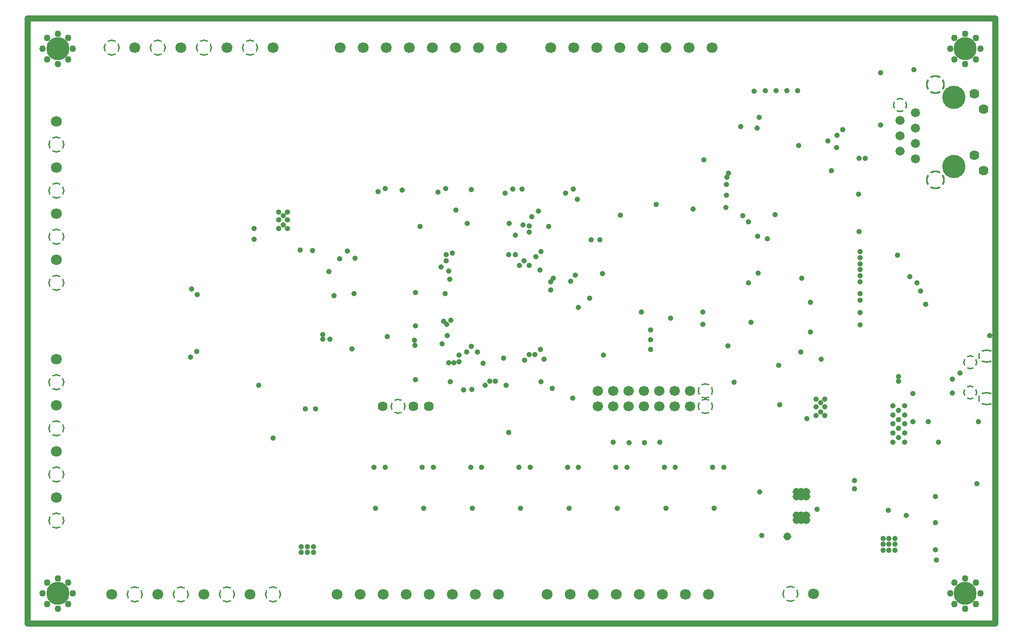
<source format=gbr>
%TF.GenerationSoftware,Altium Limited,Altium Designer,24.2.2 (26)*%
G04 Layer_Physical_Order=2*
G04 Layer_Color=32768*
%FSLAX45Y45*%
%MOMM*%
%TF.SameCoordinates,A2E2EA48-9257-4B33-8537-14B19699C7D1*%
%TF.FilePolarity,Negative*%
%TF.FileFunction,Copper,L2,Inr,Plane*%
%TF.Part,Single*%
G01*
G75*
%TA.AperFunction,ComponentPad*%
%ADD95C,1.80000*%
%ADD99C,1.70000*%
%TA.AperFunction,NonConductor*%
%ADD108C,1.01600*%
%TA.AperFunction,ComponentPad*%
%ADD109C,1.49000*%
G04:AMPARAMS|DCode=110|XSize=2.414mm|YSize=2.414mm|CornerRadius=0mm|HoleSize=0mm|Usage=FLASHONLY|Rotation=0.000|XOffset=0mm|YOffset=0mm|HoleType=Round|Shape=Relief|Width=0.5mm|Gap=0.254mm|Entries=4|*
%AMTHD110*
7,0,0,2.41400,1.90600,0.50000,45*
%
%ADD110THD110*%
%ADD111C,1.62000*%
G04:AMPARAMS|DCode=112|XSize=3.124mm|YSize=3.124mm|CornerRadius=0mm|HoleSize=0mm|Usage=FLASHONLY|Rotation=0.000|XOffset=0mm|YOffset=0mm|HoleType=Round|Shape=Relief|Width=0.5mm|Gap=0.254mm|Entries=4|*
%AMTHD112*
7,0,0,3.12400,2.61600,0.50000,45*
%
%ADD112THD112*%
%ADD113C,3.85000*%
G04:AMPARAMS|DCode=114|XSize=2.724mm|YSize=2.724mm|CornerRadius=0mm|HoleSize=0mm|Usage=FLASHONLY|Rotation=0.000|XOffset=0mm|YOffset=0mm|HoleType=Round|Shape=Relief|Width=0.5mm|Gap=0.254mm|Entries=4|*
%AMTHD114*
7,0,0,2.72400,2.21600,0.50000,45*
%
%ADD114THD114*%
%ADD115C,3.80000*%
G04:AMPARAMS|DCode=116|XSize=2.374mm|YSize=2.374mm|CornerRadius=0mm|HoleSize=0mm|Usage=FLASHONLY|Rotation=0.000|XOffset=0mm|YOffset=0mm|HoleType=Round|Shape=Relief|Width=0.5mm|Gap=0.254mm|Entries=4|*
%AMTHD116*
7,0,0,2.37400,1.86600,0.50000,45*
%
%ADD116THD116*%
%AMTHOVALD117*
21,1,0.70000,2.12400,0,0,180.0*
1,1,2.12400,0.35000,0.00000*
1,1,2.12400,-0.35000,0.00000*
21,0,0.70000,1.61600,0,0,180.0*
1,0,1.61600,0.35000,0.00000*
1,0,1.61600,-0.35000,0.00000*
4,0,4,0.17322,0.17678,0.92417,0.92772,1.27772,0.57417,0.52678,-0.17678,0.17322,0.17678,0.0*
4,0,4,-0.52678,0.17678,-1.27772,-0.57417,-0.92417,-0.92772,-0.17322,-0.17678,-0.52678,0.17678,0.0*
4,0,4,0.52678,0.17678,1.27772,-0.57417,0.92417,-0.92772,0.17322,-0.17678,0.52678,0.17678,0.0*
4,0,4,-0.17322,0.17678,-0.92417,0.92772,-1.27772,0.57417,-0.52678,-0.17678,-0.17322,0.17678,0.0*
%
%ADD117THOVALD117*%

G04:AMPARAMS|DCode=118|XSize=2.624mm|YSize=2.624mm|CornerRadius=0mm|HoleSize=0mm|Usage=FLASHONLY|Rotation=0.000|XOffset=0mm|YOffset=0mm|HoleType=Round|Shape=Relief|Width=0.5mm|Gap=0.254mm|Entries=4|*
%AMTHD118*
7,0,0,2.62400,2.11600,0.50000,45*
%
%ADD118THD118*%
G04:AMPARAMS|DCode=119|XSize=2.544mm|YSize=2.544mm|CornerRadius=0mm|HoleSize=0mm|Usage=FLASHONLY|Rotation=0.000|XOffset=0mm|YOffset=0mm|HoleType=Round|Shape=Relief|Width=0.5mm|Gap=0.254mm|Entries=4|*
%AMTHD119*
7,0,0,2.54400,2.03600,0.50000,45*
%
%ADD119THD119*%
%TA.AperFunction,ViaPad*%
%ADD120C,0.90000*%
%ADD121C,1.31600*%
%ADD122C,1.10000*%
D95*
X9781000Y2480000D02*
D03*
X9400000D02*
D03*
X9019000D02*
D03*
X8638000D02*
D03*
X8257000D02*
D03*
X7495000D02*
D03*
X7114000D02*
D03*
X7876000D02*
D03*
X7171500Y11520000D02*
D03*
X7552500D02*
D03*
X7933500D02*
D03*
X8314500D02*
D03*
X8695500D02*
D03*
X9457500D02*
D03*
X9838500D02*
D03*
X9076500D02*
D03*
X12551500D02*
D03*
X13313499D02*
D03*
X12932500D02*
D03*
X12170500D02*
D03*
X11789500D02*
D03*
X11408500D02*
D03*
X11027500D02*
D03*
X10646500D02*
D03*
X11351000Y2480000D02*
D03*
X10589000D02*
D03*
X10970000D02*
D03*
X11732000D02*
D03*
X12113000D02*
D03*
X12494000D02*
D03*
X12875000D02*
D03*
X13256000D02*
D03*
X5294000Y11520000D02*
D03*
X6056000D02*
D03*
X4532000D02*
D03*
X3770000D02*
D03*
X4155000Y2480000D02*
D03*
X3393000D02*
D03*
X4917000D02*
D03*
X5679000D02*
D03*
X2480000Y5605000D02*
D03*
Y6367000D02*
D03*
Y4843000D02*
D03*
Y4081000D02*
D03*
Y9538000D02*
D03*
Y10300000D02*
D03*
Y8776000D02*
D03*
Y8014000D02*
D03*
X14990501Y2490000D02*
D03*
D99*
X12700000Y5842000D02*
D03*
X12953999Y5588000D02*
D03*
X11430000D02*
D03*
Y5842000D02*
D03*
X11684000Y5588000D02*
D03*
Y5842000D02*
D03*
X11938000Y5588000D02*
D03*
Y5842000D02*
D03*
X12192000Y5588000D02*
D03*
Y5842000D02*
D03*
X12446000Y5588000D02*
D03*
Y5842000D02*
D03*
X12700000Y5588000D02*
D03*
X12953999Y5842000D02*
D03*
D108*
X2000000Y2000000D02*
X18000000D01*
Y12000000D01*
X2000000D02*
X18000000D01*
X2000000Y2000000D02*
Y12000000D01*
D109*
X16675000Y9677000D02*
D03*
Y9931000D02*
D03*
Y10185000D02*
D03*
Y10439000D02*
D03*
X16421001Y9804000D02*
D03*
Y10058000D02*
D03*
Y10312000D02*
D03*
D110*
Y10566000D02*
D03*
D111*
X17800000Y9489000D02*
D03*
X17648000Y10754000D02*
D03*
X17800000Y10500000D02*
D03*
X17648000Y9743000D02*
D03*
X7874000Y5588000D02*
D03*
X8382000D02*
D03*
X8636000D02*
D03*
D112*
X17005000Y9334000D02*
D03*
Y10909000D02*
D03*
D113*
X17310001Y9550000D02*
D03*
Y10693000D02*
D03*
D114*
X5675000Y11520000D02*
D03*
X4913000D02*
D03*
X4151000D02*
D03*
X3389000D02*
D03*
X3774000Y2480000D02*
D03*
X4536000D02*
D03*
X5298000D02*
D03*
X6060000D02*
D03*
X2480000Y5986000D02*
D03*
Y5224000D02*
D03*
Y4462000D02*
D03*
Y3700000D02*
D03*
Y9919000D02*
D03*
Y9157000D02*
D03*
Y8395000D02*
D03*
Y7633000D02*
D03*
X14609502Y2490000D02*
D03*
D115*
X2500000Y2500000D02*
D03*
Y11500000D02*
D03*
X17500000D02*
D03*
Y2500000D02*
D03*
D116*
X17585001Y6320000D02*
D03*
Y5820000D02*
D03*
D117*
X17855000Y6420000D02*
D03*
Y5720000D02*
D03*
D118*
X13208000Y5588000D02*
D03*
Y5842000D02*
D03*
D119*
X8128000Y5588000D02*
D03*
D120*
X7410000Y8040000D02*
D03*
X6980000Y7820000D02*
D03*
X14750000Y9900000D02*
D03*
X14070000Y8400000D02*
D03*
X14232391Y8358592D02*
D03*
X13917918Y8637918D02*
D03*
X13563033Y9373033D02*
D03*
X13552081Y9257918D02*
D03*
X13588467Y9443588D02*
D03*
X11800000Y8750000D02*
D03*
X10490000Y8150000D02*
D03*
X14800000Y7710000D02*
D03*
X15763933Y8149999D02*
D03*
X11500000Y7780000D02*
D03*
X6590000Y5550000D02*
D03*
X6150000Y8800000D02*
D03*
X6300000D02*
D03*
Y8670000D02*
D03*
X6150000D02*
D03*
X6300000Y8530000D02*
D03*
X6150000D02*
D03*
X6230000Y8590000D02*
D03*
Y8740000D02*
D03*
X16139999Y3210000D02*
D03*
X16239999D02*
D03*
X16339999D02*
D03*
X16139999Y3310000D02*
D03*
Y3410000D02*
D03*
X16239999Y3310000D02*
D03*
Y3410000D02*
D03*
X16339999D02*
D03*
Y3310000D02*
D03*
X16500000Y5600000D02*
D03*
X16400000Y5525000D02*
D03*
X16300000Y5600000D02*
D03*
X16500000Y5450000D02*
D03*
X16400000Y5375000D02*
D03*
X16300000Y5450000D02*
D03*
X16500000Y5300000D02*
D03*
X16400000Y5225000D02*
D03*
X16300000Y5300000D02*
D03*
Y5150000D02*
D03*
X16400000Y5075000D02*
D03*
X16500000Y5150000D02*
D03*
Y5000000D02*
D03*
X16300000D02*
D03*
X6880000Y6780000D02*
D03*
X7000000Y6700000D02*
D03*
X6880000D02*
D03*
X8490000Y8560000D02*
D03*
X13180000Y9660000D02*
D03*
X16520000Y3790000D02*
D03*
X15670000Y4360000D02*
D03*
Y4230000D02*
D03*
X15050000Y3890000D02*
D03*
X14139999Y3455000D02*
D03*
X14100000Y4180000D02*
D03*
X17060001Y5000000D02*
D03*
X16630000Y5340000D02*
D03*
X16889999D02*
D03*
X16400000Y6005000D02*
D03*
Y6080000D02*
D03*
X17289999Y5810000D02*
D03*
X17689999Y4310000D02*
D03*
X17720000Y5340000D02*
D03*
X17010001Y4098000D02*
D03*
X17010001Y3670000D02*
D03*
X17025436Y3047607D02*
D03*
X17010001Y3220000D02*
D03*
X15110001Y5650000D02*
D03*
Y5500000D02*
D03*
X15030000Y5440000D02*
D03*
X15180000D02*
D03*
X15030000Y5580000D02*
D03*
X15180000D02*
D03*
Y5710000D02*
D03*
X15030000D02*
D03*
X16630000Y5800000D02*
D03*
X16230000Y3870000D02*
D03*
X11107856Y7227856D02*
D03*
X9530000Y6300000D02*
D03*
X9342300Y5870000D02*
D03*
X9340000Y6580000D02*
D03*
X9440000Y6490000D02*
D03*
X9260000D02*
D03*
X8990000Y6000000D02*
D03*
X9730000Y6010000D02*
D03*
X9640000D02*
D03*
X9870000Y6390000D02*
D03*
X9210000Y5860000D02*
D03*
X9050000Y6310000D02*
D03*
X8527000Y4579999D02*
D03*
X9327000D02*
D03*
X7730000Y4580000D02*
D03*
X10127000Y4579999D02*
D03*
X9000000Y7010000D02*
D03*
X10927000Y4579999D02*
D03*
X12527000D02*
D03*
X11727000D02*
D03*
X13327000D02*
D03*
X8900000Y7450000D02*
D03*
X7400000Y7450000D02*
D03*
X7070000Y7420000D02*
D03*
X17410001Y6140000D02*
D03*
X14430000Y5620000D02*
D03*
X14420000Y6270000D02*
D03*
X8850000Y6620000D02*
D03*
X10060000Y8420000D02*
D03*
X10290000Y8570000D02*
D03*
X10189200Y8590800D02*
D03*
X10290000Y8470000D02*
D03*
X13961540Y6982329D02*
D03*
X13919814Y7630000D02*
D03*
X14079816Y7790001D02*
D03*
X14940001Y7311539D02*
D03*
X14939999Y6821539D02*
D03*
X15120000Y6371539D02*
D03*
X10650000Y7510000D02*
D03*
X10980000Y7660000D02*
D03*
X10130000Y7920000D02*
D03*
X10448565Y8816852D02*
D03*
X9082311Y8830000D02*
D03*
X9270000Y8610000D02*
D03*
X11090000Y9010000D02*
D03*
X7913000Y9190000D02*
D03*
X8910328Y9190000D02*
D03*
X11020000Y9180000D02*
D03*
X10020000D02*
D03*
X10170000D02*
D03*
X9338734Y9173577D02*
D03*
X8192311Y9160000D02*
D03*
X10892499Y9110000D02*
D03*
X9897328D02*
D03*
X8782499Y9130000D02*
D03*
X7795796Y9140625D02*
D03*
X8403033Y6596967D02*
D03*
X8400000Y6680000D02*
D03*
X17289999Y6040000D02*
D03*
X9960000Y8610000D02*
D03*
X10470000Y7840000D02*
D03*
X10694626Y7710278D02*
D03*
X7950000Y6740000D02*
D03*
X8982819Y7687181D02*
D03*
X13507001Y4579999D02*
D03*
X13349329Y3907500D02*
D03*
X12707000Y4579999D02*
D03*
X12549329Y3907500D02*
D03*
X11907000Y4579999D02*
D03*
X11749330Y3907500D02*
D03*
X11107000Y4579999D02*
D03*
X10949329Y3907500D02*
D03*
X10307000Y4579999D02*
D03*
X10149329Y3907500D02*
D03*
X9507000Y4579999D02*
D03*
X9349330Y3907500D02*
D03*
X8707000Y4579999D02*
D03*
X8549329Y3907500D02*
D03*
X7752330Y3907500D02*
D03*
X7910000Y4580000D02*
D03*
X9950000Y5160000D02*
D03*
X9568125Y5939377D02*
D03*
X9950000Y8100000D02*
D03*
X10060000D02*
D03*
X13680000Y5990000D02*
D03*
X13580000Y6590000D02*
D03*
X14780000Y6490000D02*
D03*
X14880000Y5390000D02*
D03*
X11290000Y7380000D02*
D03*
X13789999Y10210000D02*
D03*
X13000000Y8850000D02*
D03*
X12390670Y8930000D02*
D03*
X12150000Y7150000D02*
D03*
X9130000Y6327700D02*
D03*
X12300000Y6850000D02*
D03*
Y6530000D02*
D03*
Y6690000D02*
D03*
X13160001Y6950000D02*
D03*
Y7150000D02*
D03*
X12630000Y7050000D02*
D03*
X8960000Y7830000D02*
D03*
X9910000Y5940000D02*
D03*
X10490000Y6000000D02*
D03*
X10390000Y6450000D02*
D03*
X10480000Y6530000D02*
D03*
X10220000Y6350000D02*
D03*
X10290000Y6450000D02*
D03*
X10540000Y6370000D02*
D03*
X8840000Y7890000D02*
D03*
X8940000Y6760000D02*
D03*
X11680000Y5000000D02*
D03*
X12450000D02*
D03*
X12194000Y4993932D02*
D03*
X11940000D02*
D03*
X11520000Y6440000D02*
D03*
X11057856Y7760001D02*
D03*
X10650000Y7650000D02*
D03*
X11320000Y8340000D02*
D03*
X11460000D02*
D03*
X8931337Y6945324D02*
D03*
X8880000Y7000000D02*
D03*
X16850000Y7280000D02*
D03*
X16760001Y7500000D02*
D03*
X16700000Y7630000D02*
D03*
X16380000Y8090000D02*
D03*
X15763931Y6940000D02*
D03*
X16580000Y7730000D02*
D03*
X15760001Y7850000D02*
D03*
X15763933Y7948333D02*
D03*
X15760001Y7450000D02*
D03*
X15763931Y7140000D02*
D03*
X15763933Y7343333D02*
D03*
Y7746666D02*
D03*
X15760001Y8050000D02*
D03*
X9130000Y6440000D02*
D03*
X8960000Y6310000D02*
D03*
X15760001Y7650000D02*
D03*
X10673393Y5890536D02*
D03*
X14089999Y10370000D02*
D03*
X10400000Y8060000D02*
D03*
X10210000Y8000000D02*
D03*
X10290000Y7920000D02*
D03*
X14360001Y8760000D02*
D03*
X9020000Y8120000D02*
D03*
X13820000Y8740000D02*
D03*
X14060001Y10190000D02*
D03*
X15742438Y8480000D02*
D03*
X15739999Y9100000D02*
D03*
X15744946Y9690000D02*
D03*
X15850000D02*
D03*
X15230000Y9980000D02*
D03*
X15477144Y10162391D02*
D03*
X15384752Y10069999D02*
D03*
X15368851Y9868573D02*
D03*
X15289999Y9490000D02*
D03*
X16101540Y11100000D02*
D03*
X16650000Y11150000D02*
D03*
X13550000Y9080000D02*
D03*
X13547501Y8873932D02*
D03*
X8920000Y8100000D02*
D03*
Y8000000D02*
D03*
X14732391Y10803739D02*
D03*
X14552393D02*
D03*
X14372392D02*
D03*
X14192392D02*
D03*
X14010001Y10800000D02*
D03*
X10332974Y8721286D02*
D03*
X7290000Y8160000D02*
D03*
X7160000Y8030000D02*
D03*
X6714667Y8165333D02*
D03*
X6510000Y8170000D02*
D03*
X11010000Y5730000D02*
D03*
X8409376Y6031876D02*
D03*
Y6921876D02*
D03*
Y7471876D02*
D03*
X10618125Y8560625D02*
D03*
X5820000Y5940000D02*
D03*
X5750000Y8350000D02*
D03*
X4803477Y7440000D02*
D03*
X4700000Y6400000D02*
D03*
X4710000Y7533477D02*
D03*
X7360000Y6540000D02*
D03*
X4800000Y6500000D02*
D03*
X5750000Y8530000D02*
D03*
X6725000Y3275000D02*
D03*
Y3175000D02*
D03*
X6625000Y3275000D02*
D03*
Y3175000D02*
D03*
X6525000D02*
D03*
Y3275000D02*
D03*
X6760000Y5550000D02*
D03*
X6060000Y5070000D02*
D03*
X17902586Y6762586D02*
D03*
X16100000Y10240000D02*
D03*
D121*
X14870000Y4100000D02*
D03*
Y4180000D02*
D03*
X14789999D02*
D03*
Y4100000D02*
D03*
X14710001Y4180000D02*
D03*
Y4100000D02*
D03*
X14560001Y3440000D02*
D03*
X14710001Y3710000D02*
D03*
Y3790000D02*
D03*
X14789999Y3710000D02*
D03*
Y3790000D02*
D03*
X14870000D02*
D03*
Y3710000D02*
D03*
D122*
X2750000Y2500000D02*
D03*
X2676776Y2323224D02*
D03*
X2500000Y2250001D02*
D03*
X2323224Y2323224D02*
D03*
X2250001Y2500000D02*
D03*
X2323224Y2676776D02*
D03*
X2500000Y2750000D02*
D03*
X2676776Y2676776D02*
D03*
X2750000Y11500000D02*
D03*
X2676776Y11323224D02*
D03*
X2500000Y11250001D02*
D03*
X2323224Y11323224D02*
D03*
X2250001Y11500000D02*
D03*
X2323224Y11676776D02*
D03*
X2500000Y11750000D02*
D03*
X2676776Y11676776D02*
D03*
X17750000Y11500000D02*
D03*
X17676776Y11323224D02*
D03*
X17500000Y11250001D02*
D03*
X17323224Y11323224D02*
D03*
X17250002Y11500000D02*
D03*
X17323224Y11676776D02*
D03*
X17500000Y11750000D02*
D03*
X17676776Y11676776D02*
D03*
X17750000Y2500000D02*
D03*
X17676776Y2323224D02*
D03*
X17500000Y2250001D02*
D03*
X17323224Y2323224D02*
D03*
X17250002Y2500000D02*
D03*
X17323224Y2676776D02*
D03*
X17500000Y2750000D02*
D03*
X17676776Y2676776D02*
D03*
%TF.MD5,1516fd79277ff9ab6b9c348a33697367*%
M02*

</source>
